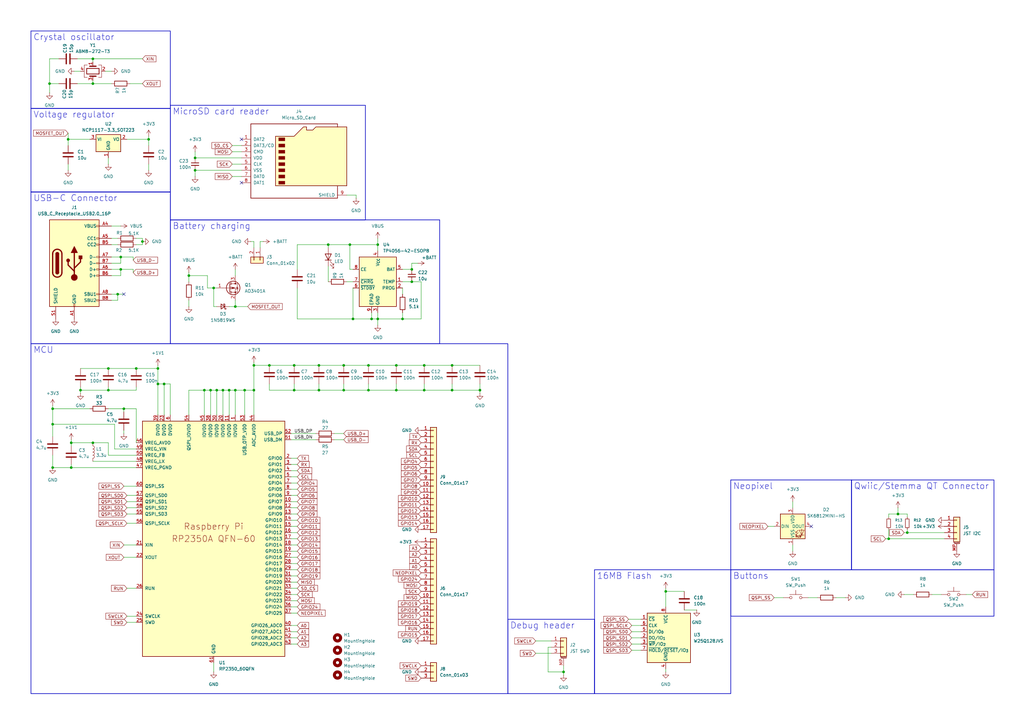
<source format=kicad_sch>
(kicad_sch (version 20250114) (generator "eeschema") (generator_version "9.0")
  (paper "A3")
  (text_box "MCU" (at 12.7 140.97 0) (size 195.58 143.51) (margins 0.9525 0.9525 0.9525 0.9525) (stroke (width 0.254)) (effects (font (size 2.54 2.54)) (justify left top)))
  (text_box "16MB Flash" (at 243.84 233.68 0) (size 55.88 50.8) (margins 0.9525 0.9525 0.9525 0.9525) (stroke (width 0.254)) (effects (font (size 2.54 2.54)) (justify left top)))
  (text_box "Crystal oscillator" (at 12.7 12.7 0) (size 57.15 31.75) (margins 0.9525 0.9525 0.9525 0.9525) (stroke (width 0.254)) (effects (font (size 2.54 2.54)) (justify left top)))
  (text_box "Buttons" (at 299.72 233.68 0) (size 107.95 19.05) (margins 0.9525 0.9525 0.9525 0.9525) (stroke (width 0.254)) (effects (font (size 2.54 2.54)) (justify left top)))
  (text_box "Voltage regulator" (at 12.7 44.45 0) (size 57.15 34.29) (margins 0.9525 0.9525 0.9525 0.9525) (stroke (width 0.254)) (effects (font (size 2.54 2.54)) (justify left top)))
  (text_box "Qwiic/Stemma QT Connector" (at 349.25 196.85 0) (size 58.42 36.83) (margins 0.9525 0.9525 0.9525 0.9525) (stroke (width 0.254)) (effects (font (size 2.54 2.54)) (justify left top)))
  (text_box "MicroSD card reader" (at 69.85 43.18 0) (size 80.01 46.99) (margins 0.9525 0.9525 0.9525 0.9525) (stroke (width 0.254)) (effects (font (size 2.54 2.54)) (justify left top)))
  (text_box "USB-C Connector" (at 12.7 78.74 0) (size 57.15 62.23) (margins 0.9525 0.9525 0.9525 0.9525) (stroke (width 0.254)) (effects (font (size 2.54 2.54)) (justify left top)))
  (text_box "Battery charging" (at 69.85 90.17 0) (size 110.49 50.8) (margins 0.9525 0.9525 0.9525 0.9525) (stroke (width 0.254)) (effects (font (size 2.54 2.54)) (justify left top)))
  (text_box "Neopixel" (at 299.72 196.85 0) (size 49.53 36.83) (margins 0.9525 0.9525 0.9525 0.9525) (stroke (width 0.254)) (effects (font (size 2.54 2.54)) (justify left top)))
  (text_box "Debug header" (at 208.28 254 0) (size 35.56 30.48) (margins 0.9525 0.9525 0.9525 0.9525) (stroke (width 0.254)) (effects (font (size 2.54 2.54)) (justify left top)))
  (junction (at 38.1 181.61))
  (junction (at 173.99 160.02))
  (junction (at 120.65 149.86))
  (junction (at 80.01 64.77))
  (junction (at 44.45 160.02))
  (junction (at 144.78 130.81))
  (junction (at 96.52 125.73))
  (junction (at 134.62 100.33))
  (junction (at 55.88 151.13))
  (junction (at 87.63 118.11))
  (junction (at 100.33 160.02))
  (junction (at 152.4 130.81))
  (junction (at 364.49 220.98))
  (junction (at 20.32 34.29))
  (junction (at 368.3 210.82))
  (junction (at 143.51 100.33))
  (junction (at 168.91 110.49))
  (junction (at 231.14 275.59))
  (junction (at 104.14 149.86))
  (junction (at 196.85 160.02))
  (junction (at 50.8 167.64))
  (junction (at 48.26 120.65))
  (junction (at 110.49 149.86))
  (junction (at 93.98 160.02))
  (junction (at 21.59 173.99))
  (junction (at 130.81 149.86))
  (junction (at 130.81 160.02))
  (junction (at 104.14 160.02))
  (junction (at 88.9 160.02))
  (junction (at 86.36 160.02))
  (junction (at 154.94 130.81))
  (junction (at 29.21 181.61))
  (junction (at 140.97 149.86))
  (junction (at 185.42 160.02))
  (junction (at 44.45 151.13))
  (junction (at 77.47 113.03))
  (junction (at 162.56 149.86))
  (junction (at 372.11 218.44))
  (junction (at 29.21 191.77))
  (junction (at 64.77 157.48))
  (junction (at 120.65 160.02))
  (junction (at 151.13 149.86))
  (junction (at 67.31 157.48))
  (junction (at 185.42 149.86))
  (junction (at 151.13 160.02))
  (junction (at 38.1 24.13))
  (junction (at 96.52 160.02))
  (junction (at 165.1 130.81))
  (junction (at 162.56 160.02))
  (junction (at 49.53 110.49))
  (junction (at 21.59 191.77))
  (junction (at 168.91 115.57))
  (junction (at 273.05 242.57))
  (junction (at 21.59 167.64))
  (junction (at 173.99 149.86))
  (junction (at 91.44 160.02))
  (junction (at 140.97 160.02))
  (junction (at 64.77 151.13))
  (junction (at 49.53 105.41))
  (junction (at 58.42 99.06))
  (junction (at 38.1 34.29))
  (junction (at 27.94 57.15))
  (junction (at 60.96 57.15))
  (junction (at 154.94 100.33))
  (junction (at 83.82 160.02))
  (junction (at 33.02 160.02))
  (junction (at 80.01 69.85))
  (no_connect (at 99.06 74.93))
  (no_connect (at 99.06 57.15))
  (no_connect (at 50.8 120.65))
  (no_connect (at 332.74 215.9))
  (wire (pts (xy 20.32 24.13) (xy 20.32 34.29)))
  (wire (pts (xy 368.3 210.82) (xy 368.3 208.28)))
  (wire (pts (xy 165.1 118.11) (xy 165.1 120.65)))
  (wire (pts (xy 172.72 115.57) (xy 172.72 130.81)))
  (wire (pts (xy 33.02 160.02) (xy 44.45 160.02)))
  (wire (pts (xy 119.38 190.5) (xy 121.92 190.5)))
  (wire (pts (xy 120.65 149.86) (xy 130.81 149.86)))
  (wire (pts (xy 48.26 120.65) (xy 48.26 123.19)))
  (wire (pts (xy 104.14 148.59) (xy 104.14 149.86)))
  (wire (pts (xy 83.82 160.02) (xy 83.82 170.18)))
  (wire (pts (xy 52.07 214.63) (xy 55.88 214.63)))
  (wire (pts (xy 38.1 24.13) (xy 58.42 24.13)))
  (wire (pts (xy 95.25 67.31) (xy 99.06 67.31)))
  (wire (pts (xy 173.99 149.86) (xy 185.42 149.86)))
  (wire (pts (xy 146.05 80.01) (xy 146.05 81.28)))
  (wire (pts (xy 364.49 220.98) (xy 364.49 217.17)))
  (wire (pts (xy 45.72 92.71) (xy 49.53 92.71)))
  (wire (pts (xy 27.94 57.15) (xy 27.94 59.69)))
  (wire (pts (xy 52.07 255.27) (xy 55.88 255.27)))
  (wire (pts (xy 119.38 187.96) (xy 121.92 187.96)))
  (wire (pts (xy 21.59 191.77) (xy 29.21 191.77)))
  (wire (pts (xy 88.9 160.02) (xy 88.9 170.18)))
  (wire (pts (xy 119.38 205.74) (xy 121.92 205.74)))
  (wire (pts (xy 152.4 128.27) (xy 152.4 130.81)))
  (wire (pts (xy 67.31 157.48) (xy 64.77 157.48)))
  (wire (pts (xy 259.08 266.7) (xy 262.89 266.7)))
  (wire (pts (xy 49.53 105.41) (xy 54.61 105.41)))
  (wire (pts (xy 55.88 181.61) (xy 55.88 167.64)))
  (wire (pts (xy 314.96 215.9) (xy 317.5 215.9)))
  (wire (pts (xy 50.8 176.53) (xy 50.8 177.8)))
  (wire (pts (xy 43.18 29.21) (xy 45.72 29.21)))
  (wire (pts (xy 38.1 34.29) (xy 38.1 33.02)))
  (wire (pts (xy 171.45 107.95) (xy 168.91 107.95)))
  (wire (pts (xy 49.53 107.95) (xy 49.53 105.41)))
  (wire (pts (xy 52.07 252.73) (xy 55.88 252.73)))
  (wire (pts (xy 21.59 167.64) (xy 36.83 167.64)))
  (wire (pts (xy 31.75 34.29) (xy 38.1 34.29)))
  (wire (pts (xy 29.21 180.34) (xy 29.21 181.61)))
  (wire (pts (xy 77.47 113.03) (xy 77.47 115.57)))
  (wire (pts (xy 110.49 149.86) (xy 120.65 149.86)))
  (wire (pts (xy 140.97 149.86) (xy 151.13 149.86)))
  (wire (pts (xy 273.05 242.57) (xy 273.05 248.92)))
  (wire (pts (xy 142.24 115.57) (xy 144.78 115.57)))
  (wire (pts (xy 80.01 64.77) (xy 99.06 64.77)))
  (wire (pts (xy 119.38 195.58) (xy 121.92 195.58)))
  (wire (pts (xy 273.05 274.32) (xy 273.05 275.59)))
  (wire (pts (xy 29.21 181.61) (xy 38.1 181.61)))
  (wire (pts (xy 52.07 57.15) (xy 60.96 57.15)))
  (wire (pts (xy 50.8 199.39) (xy 55.88 199.39)))
  (wire (pts (xy 119.38 210.82) (xy 121.92 210.82)))
  (wire (pts (xy 45.72 100.33) (xy 48.26 100.33)))
  (wire (pts (xy 119.38 246.38) (xy 121.92 246.38)))
  (wire (pts (xy 44.45 167.64) (xy 50.8 167.64)))
  (wire (pts (xy 259.08 261.62) (xy 262.89 261.62)))
  (wire (pts (xy 342.9 245.11) (xy 346.71 245.11)))
  (wire (pts (xy 29.21 181.61) (xy 29.21 182.88)))
  (wire (pts (xy 119.38 180.34) (xy 129.54 180.34)))
  (wire (pts (xy 95.25 62.23) (xy 99.06 62.23)))
  (wire (pts (xy 27.94 67.31) (xy 27.94 69.85)))
  (wire (pts (xy 119.38 218.44) (xy 121.92 218.44)))
  (wire (pts (xy 21.59 173.99) (xy 21.59 179.07)))
  (wire (pts (xy 77.47 160.02) (xy 83.82 160.02)))
  (wire (pts (xy 130.81 157.48) (xy 130.81 160.02)))
  (wire (pts (xy 85.09 113.03) (xy 77.47 113.03)))
  (wire (pts (xy 119.38 236.22) (xy 121.92 236.22)))
  (wire (pts (xy 259.08 264.16) (xy 262.89 264.16)))
  (wire (pts (xy 143.51 100.33) (xy 154.94 100.33)))
  (wire (pts (xy 364.49 212.09) (xy 364.49 210.82)))
  (wire (pts (xy 120.65 157.48) (xy 120.65 160.02)))
  (wire (pts (xy 119.38 177.8) (xy 129.54 177.8)))
  (wire (pts (xy 77.47 111.76) (xy 77.47 113.03)))
  (wire (pts (xy 219.71 262.89) (xy 226.06 262.89)))
  (wire (pts (xy 165.1 128.27) (xy 165.1 130.81)))
  (wire (pts (xy 33.02 160.02) (xy 33.02 161.29)))
  (wire (pts (xy 372.11 218.44) (xy 372.11 217.17)))
  (wire (pts (xy 168.91 115.57) (xy 172.72 115.57)))
  (wire (pts (xy 93.98 125.73) (xy 96.52 125.73)))
  (wire (pts (xy 33.02 151.13) (xy 44.45 151.13)))
  (wire (pts (xy 119.38 233.68) (xy 121.92 233.68)))
  (wire (pts (xy 55.88 167.64) (xy 50.8 167.64)))
  (wire (pts (xy 58.42 97.79) (xy 58.42 99.06)))
  (wire (pts (xy 154.94 130.81) (xy 154.94 133.35)))
  (wire (pts (xy 185.42 160.02) (xy 173.99 160.02)))
  (wire (pts (xy 331.47 245.11) (xy 335.28 245.11)))
  (wire (pts (xy 119.38 200.66) (xy 121.92 200.66)))
  (wire (pts (xy 325.12 223.52) (xy 325.12 226.06)))
  (wire (pts (xy 60.96 57.15) (xy 60.96 55.88)))
  (wire (pts (xy 119.38 213.36) (xy 121.92 213.36)))
  (wire (pts (xy 154.94 128.27) (xy 154.94 130.81)))
  (wire (pts (xy 364.49 210.82) (xy 368.3 210.82)))
  (wire (pts (xy 31.75 24.13) (xy 38.1 24.13)))
  (wire (pts (xy 20.32 34.29) (xy 20.32 38.1)))
  (wire (pts (xy 29.21 191.77) (xy 55.88 191.77)))
  (wire (pts (xy 50.8 228.6) (xy 55.88 228.6)))
  (wire (pts (xy 86.36 160.02) (xy 88.9 160.02)))
  (wire (pts (xy 88.9 160.02) (xy 91.44 160.02)))
  (wire (pts (xy 280.67 250.19) (xy 285.75 250.19)))
  (wire (pts (xy 151.13 160.02) (xy 140.97 160.02)))
  (wire (pts (xy 100.33 160.02) (xy 104.14 160.02)))
  (wire (pts (xy 142.24 80.01) (xy 146.05 80.01)))
  (wire (pts (xy 87.63 118.11) (xy 88.9 118.11)))
  (wire (pts (xy 119.38 208.28) (xy 121.92 208.28)))
  (wire (pts (xy 165.1 115.57) (xy 168.91 115.57)))
  (wire (pts (xy 44.45 160.02) (xy 44.45 158.75)))
  (wire (pts (xy 162.56 160.02) (xy 151.13 160.02)))
  (wire (pts (xy 154.94 130.81) (xy 152.4 130.81)))
  (wire (pts (xy 99.06 69.85) (xy 80.01 69.85)))
  (wire (pts (xy 119.38 243.84) (xy 121.92 243.84)))
  (wire (pts (xy 20.32 34.29) (xy 24.13 34.29)))
  (wire (pts (xy 110.49 160.02) (xy 110.49 157.48)))
  (wire (pts (xy 259.08 256.54) (xy 262.89 256.54)))
  (wire (pts (xy 21.59 166.37) (xy 21.59 167.64)))
  (wire (pts (xy 29.21 190.5) (xy 29.21 191.77)))
  (wire (pts (xy 363.22 220.98) (xy 364.49 220.98)))
  (wire (pts (xy 49.53 113.03) (xy 49.53 110.49)))
  (wire (pts (xy 196.85 157.48) (xy 196.85 160.02)))
  (wire (pts (xy 44.45 181.61) (xy 38.1 181.61)))
  (wire (pts (xy 52.07 203.2) (xy 55.88 203.2)))
  (wire (pts (xy 54.61 105.41) (xy 54.61 106.68)))
  (wire (pts (xy 162.56 157.48) (xy 162.56 160.02)))
  (wire (pts (xy 69.85 170.18) (xy 69.85 157.48)))
  (wire (pts (xy 165.1 110.49) (xy 168.91 110.49)))
  (wire (pts (xy 119.38 256.54) (xy 121.92 256.54)))
  (wire (pts (xy 21.59 186.69) (xy 21.59 191.77)))
  (wire (pts (xy 96.52 110.49) (xy 96.52 113.03)))
  (wire (pts (xy 370.84 218.44) (xy 372.11 218.44)))
  (wire (pts (xy 119.38 261.62) (xy 121.92 261.62)))
  (wire (pts (xy 106.68 101.6) (xy 106.68 99.06)))
  (wire (pts (xy 134.62 100.33) (xy 143.51 100.33)))
  (wire (pts (xy 45.72 97.79) (xy 48.26 97.79)))
  (wire (pts (xy 49.53 110.49) (xy 54.61 110.49)))
  (wire (pts (xy 121.92 100.33) (xy 121.92 110.49)))
  (wire (pts (xy 173.99 160.02) (xy 162.56 160.02)))
  (wire (pts (xy 96.52 160.02) (xy 100.33 160.02)))
  (wire (pts (xy 119.38 223.52) (xy 121.92 223.52)))
  (wire (pts (xy 151.13 157.48) (xy 151.13 160.02)))
  (wire (pts (xy 106.68 99.06) (xy 107.95 99.06)))
  (wire (pts (xy 44.45 64.77) (xy 44.45 67.31)))
  (wire (pts (xy 185.42 157.48) (xy 185.42 160.02)))
  (wire (pts (xy 45.72 105.41) (xy 49.53 105.41)))
  (wire (pts (xy 52.07 205.74) (xy 55.88 205.74)))
  (wire (pts (xy 121.92 100.33) (xy 134.62 100.33)))
  (wire (pts (xy 387.35 220.98) (xy 364.49 220.98)))
  (wire (pts (xy 372.11 212.09) (xy 372.11 210.82)))
  (wire (pts (xy 372.11 210.82) (xy 368.3 210.82)))
  (wire (pts (xy 64.77 151.13) (xy 64.77 157.48)))
  (wire (pts (xy 273.05 242.57) (xy 280.67 242.57)))
  (wire (pts (xy 44.45 151.13) (xy 55.88 151.13)))
  (wire (pts (xy 96.52 125.73) (xy 101.6 125.73)))
  (wire (pts (xy 64.77 157.48) (xy 64.77 170.18)))
  (wire (pts (xy 87.63 118.11) (xy 87.63 125.73)))
  (wire (pts (xy 231.14 275.59) (xy 231.14 276.86)))
  (wire (pts (xy 46.99 184.15) (xy 46.99 173.99)))
  (wire (pts (xy 165.1 130.81) (xy 154.94 130.81)))
  (wire (pts (xy 85.09 118.11) (xy 87.63 118.11)))
  (wire (pts (xy 77.47 123.19) (xy 77.47 125.73)))
  (wire (pts (xy 143.51 110.49) (xy 143.51 100.33)))
  (wire (pts (xy 38.1 24.13) (xy 38.1 25.4)))
  (wire (pts (xy 119.38 228.6) (xy 121.92 228.6)))
  (wire (pts (xy 96.52 160.02) (xy 96.52 170.18)))
  (wire (pts (xy 45.72 120.65) (xy 48.26 120.65)))
  (wire (pts (xy 119.38 198.12) (xy 121.92 198.12)))
  (wire (pts (xy 44.45 186.69) (xy 55.88 186.69)))
  (wire (pts (xy 196.85 160.02) (xy 185.42 160.02)))
  (wire (pts (xy 52.07 210.82) (xy 55.88 210.82)))
  (wire (pts (xy 121.92 118.11) (xy 121.92 130.81)))
  (wire (pts (xy 231.14 273.05) (xy 231.14 275.59)))
  (wire (pts (xy 119.38 226.06) (xy 121.92 226.06)))
  (wire (pts (xy 46.99 184.15) (xy 55.88 184.15)))
  (wire (pts (xy 137.16 177.8) (xy 140.97 177.8)))
  (wire (pts (xy 80.01 62.23) (xy 80.01 64.77)))
  (wire (pts (xy 168.91 107.95) (xy 168.91 110.49)))
  (wire (pts (xy 185.42 149.86) (xy 196.85 149.86)))
  (wire (pts (xy 104.14 149.86) (xy 110.49 149.86)))
  (wire (pts (xy 38.1 34.29) (xy 45.72 34.29)))
  (wire (pts (xy 54.61 110.49) (xy 54.61 111.76)))
  (wire (pts (xy 33.02 158.75) (xy 33.02 160.02)))
  (wire (pts (xy 370.84 243.84) (xy 374.65 243.84)))
  (wire (pts (xy 100.33 160.02) (xy 100.33 170.18)))
  (wire (pts (xy 96.52 125.73) (xy 96.52 123.19)))
  (wire (pts (xy 144.78 110.49) (xy 143.51 110.49)))
  (wire (pts (xy 119.38 259.08) (xy 121.92 259.08)))
  (wire (pts (xy 48.26 123.19) (xy 45.72 123.19)))
  (wire (pts (xy 44.45 186.69) (xy 44.45 181.61)))
  (wire (pts (xy 140.97 160.02) (xy 130.81 160.02)))
  (wire (pts (xy 38.1 189.23) (xy 55.88 189.23)))
  (wire (pts (xy 69.85 157.48) (xy 67.31 157.48)))
  (wire (pts (xy 24.13 24.13) (xy 20.32 24.13)))
  (wire (pts (xy 60.96 57.15) (xy 60.96 59.69)))
  (wire (pts (xy 273.05 241.3) (xy 273.05 242.57)))
  (wire (pts (xy 52.07 208.28) (xy 55.88 208.28)))
  (wire (pts (xy 154.94 100.33) (xy 154.94 102.87)))
  (wire (pts (xy 119.38 238.76) (xy 121.92 238.76)))
  (wire (pts (xy 119.38 241.3) (xy 121.92 241.3)))
  (wire (pts (xy 27.94 54.61) (xy 27.94 57.15)))
  (wire (pts (xy 259.08 259.08) (xy 262.89 259.08)))
  (wire (pts (xy 93.98 160.02) (xy 93.98 170.18)))
  (wire (pts (xy 120.65 160.02) (xy 110.49 160.02)))
  (wire (pts (xy 60.96 67.31) (xy 60.96 69.85)))
  (wire (pts (xy 55.88 151.13) (xy 64.77 151.13)))
  (wire (pts (xy 77.47 170.18) (xy 77.47 160.02)))
  (wire (pts (xy 50.8 168.91) (xy 50.8 167.64)))
  (wire (pts (xy 45.72 107.95) (xy 49.53 107.95)))
  (wire (pts (xy 130.81 149.86) (xy 140.97 149.86)))
  (wire (pts (xy 196.85 160.02) (xy 196.85 161.29)))
  (wire (pts (xy 55.88 160.02) (xy 55.88 158.75)))
  (wire (pts (xy 85.09 118.11) (xy 85.09 113.03)))
  (wire (pts (xy 91.44 160.02) (xy 91.44 170.18)))
  (wire (pts (xy 48.26 120.65) (xy 50.8 120.65)))
  (wire (pts (xy 30.48 29.21) (xy 33.02 29.21)))
  (wire (pts (xy 134.62 109.22) (xy 134.62 115.57)))
  (wire (pts (xy 151.13 149.86) (xy 162.56 149.86)))
  (wire (pts (xy 137.16 180.34) (xy 140.97 180.34)))
  (wire (pts (xy 173.99 157.48) (xy 173.99 160.02)))
  (wire (pts (xy 119.38 220.98) (xy 121.92 220.98)))
  (wire (pts (xy 86.36 160.02) (xy 86.36 170.18)))
  (wire (pts (xy 83.82 160.02) (xy 86.36 160.02)))
  (wire (pts (xy 93.98 160.02) (xy 96.52 160.02)))
  (wire (pts (xy 104.14 160.02) (xy 104.14 170.18)))
  (wire (pts (xy 130.81 160.02) (xy 120.65 160.02)))
  (wire (pts (xy 119.38 215.9) (xy 121.92 215.9)))
  (wire (pts (xy 21.59 173.99) (xy 46.99 173.99)))
  (wire (pts (xy 21.59 167.64) (xy 21.59 173.99)))
  (wire (pts (xy 104.14 99.06) (xy 102.87 99.06)))
  (wire (pts (xy 95.25 59.69) (xy 99.06 59.69)))
  (wire (pts (xy 119.38 251.46) (xy 121.92 251.46)))
  (wire (pts (xy 50.8 223.52) (xy 55.88 223.52)))
  (wire (pts (xy 45.72 110.49) (xy 49.53 110.49)))
  (wire (pts (xy 119.38 193.04) (xy 121.92 193.04)))
  (wire (pts (xy 27.94 57.15) (xy 36.83 57.15)))
  (wire (pts (xy 144.78 118.11) (xy 144.78 130.81)))
  (wire (pts (xy 67.31 157.48) (xy 67.31 170.18)))
  (wire (pts (xy 224.79 275.59) (xy 231.14 275.59)))
  (wire (pts (xy 382.27 243.84) (xy 386.08 243.84)))
  (wire (pts (xy 64.77 149.86) (xy 64.77 151.13)))
  (wire (pts (xy 119.38 248.92) (xy 121.92 248.92)))
  (wire (pts (xy 257.81 254) (xy 262.89 254)))
  (wire (pts (xy 53.34 34.29) (xy 58.42 34.29)))
  (wire (pts (xy 134.62 100.33) (xy 134.62 101.6)))
  (wire (pts (xy 119.38 231.14) (xy 121.92 231.14)))
  (wire (pts (xy 219.71 267.97) (xy 226.06 267.97)))
  (wire (pts (xy 317.5 245.11) (xy 321.31 245.11)))
  (wire (pts (xy 325.12 205.74) (xy 325.12 208.28)))
  (wire (pts (xy 226.06 265.43) (xy 224.79 265.43)))
  (wire (pts (xy 172.72 130.81) (xy 165.1 130.81)))
  (wire (pts (xy 119.38 264.16) (xy 121.92 264.16)))
  (wire (pts (xy 55.88 97.79) (xy 58.42 97.79)))
  (wire (pts (xy 144.78 130.81) (xy 121.92 130.81)))
  (wire (pts (xy 87.63 271.78) (xy 87.63 275.59)))
  (wire (pts (xy 87.63 125.73) (xy 88.9 125.73)))
  (wire (pts (xy 58.42 100.33) (xy 58.42 99.06)))
  (wire (pts (xy 162.56 149.86) (xy 173.99 149.86)))
  (wire (pts (xy 91.44 160.02) (xy 93.98 160.02)))
  (wire (pts (xy 44.45 160.02) (xy 55.88 160.02)))
  (wire (pts (xy 119.38 203.2) (xy 121.92 203.2)))
  (wire (pts (xy 80.01 69.85) (xy 80.01 72.39)))
  (wire (pts (xy 152.4 130.81) (xy 144.78 130.81)))
  (wire (pts (xy 224.79 265.43) (xy 224.79 275.59)))
  (wire (pts (xy 95.25 72.39) (xy 99.06 72.39)))
  (wire (pts (xy 55.88 100.33) (xy 58.42 100.33)))
  (wire (pts (xy 104.14 101.6) (xy 104.14 99.06)))
  (wire (pts (xy 104.14 149.86) (xy 104.14 160.02)))
  (wire (pts (xy 52.07 241.3) (xy 55.88 241.3)))
  (wire (pts (xy 45.72 113.03) (xy 49.53 113.03)))
  (wire (pts (xy 154.94 97.79) (xy 154.94 100.33)))
  (wire (pts (xy 396.24 243.84) (xy 398.78 243.84)))
  (wire (pts (xy 387.35 218.44) (xy 372.11 218.44)))
  (wire (pts (xy 140.97 157.48) (xy 140.97 160.02)))
  (label "USB_DP" (at 120.65 177.8 0))
  (label "USB_DN" (at 120.65 180.34 0))
  (global_label "GPIO7" (shape input) (at 121.92 205.74 0) (property "Intersheetrefs" "${INTERSHEET_REFS}" (effects (hide yes))))
  (global_label "GPIO8" (shape input) (at 172.72 199.39 180) (property "Intersheetrefs" "${INTERSHEET_REFS}" (effects (hide yes))))
  (global_label "SCK" (shape input) (at 172.72 242.57 180) (property "Intersheetrefs" "${INTERSHEET_REFS}" (effects (hide yes))))
  (global_label "A2" (shape input) (at 121.92 261.62 0) (property "Intersheetrefs" "${INTERSHEET_REFS}" (effects (hide yes))))
  (global_label "GPIO16" (shape input) (at 121.92 228.6 0) (property "Intersheetrefs" "${INTERSHEET_REFS}" (effects (hide yes))))
  (global_label "A3" (shape input) (at 172.72 224.79 180) (property "Intersheetrefs" "${INTERSHEET_REFS}" (effects (hide yes))))
  (global_label "GPIO9" (shape input) (at 121.92 210.82 0) (property "Intersheetrefs" "${INTERSHEET_REFS}" (effects (hide yes))))
  (global_label "GPIO11" (shape input) (at 172.72 207.01 180) (property "Intersheetrefs" "${INTERSHEET_REFS}" (effects (hide yes))))
  (global_label "GPIO17" (shape input) (at 121.92 231.14 0) (property "Intersheetrefs" "${INTERSHEET_REFS}" (effects (hide yes))))
  (global_label "QSPI_SCLK" (shape input) (at 52.07 214.63 180) (property "Intersheetrefs" "${INTERSHEET_REFS}" (effects (hide yes))))
  (global_label "QSPI_SD1" (shape input) (at 259.08 261.62 180) (property "Intersheetrefs" "${INTERSHEET_REFS}" (effects (hide yes))))
  (global_label "QSPI_SD3" (shape input) (at 52.07 210.82 180) (property "Intersheetrefs" "${INTERSHEET_REFS}" (effects (hide yes))))
  (global_label "SWCLK" (shape input) (at 219.71 262.89 180) (property "Intersheetrefs" "${INTERSHEET_REFS}" (effects (hide yes))))
  (global_label "GPIO10" (shape input) (at 121.92 213.36 0) (property "Intersheetrefs" "${INTERSHEET_REFS}" (effects (hide yes))))
  (global_label "GPIO8" (shape input) (at 121.92 208.28 0) (property "Intersheetrefs" "${INTERSHEET_REFS}" (effects (hide yes))))
  (global_label "GPIO14" (shape input) (at 121.92 223.52 0) (property "Intersheetrefs" "${INTERSHEET_REFS}" (effects (hide yes))))
  (global_label "QSPI_SCLK" (shape input) (at 259.08 256.54 180) (property "Intersheetrefs" "${INTERSHEET_REFS}" (effects (hide yes))))
  (global_label "QSPI_SS" (shape input) (at 257.81 254 180) (property "Intersheetrefs" "${INTERSHEET_REFS}" (effects (hide yes))))
  (global_label "RUN" (shape input) (at 52.07 241.3 180) (property "Intersheetrefs" "${INTERSHEET_REFS}" (effects (hide yes))))
  (global_label "GPIO15" (shape input) (at 172.72 260.35 180) (property "Intersheetrefs" "${INTERSHEET_REFS}" (effects (hide yes))))
  (global_label "GPIO4" (shape input) (at 172.72 189.23 180) (property "Intersheetrefs" "${INTERSHEET_REFS}" (effects (hide yes))))
  (global_label "QSPI_SD0" (shape input) (at 259.08 259.08 180) (property "Intersheetrefs" "${INTERSHEET_REFS}" (effects (hide yes))))
  (global_label "SWD" (shape input) (at 172.72 278.13 180) (property "Intersheetrefs" "${INTERSHEET_REFS}" (effects (hide yes))))
  (global_label "XOUT" (shape input) (at 50.8 228.6 180) (property "Intersheetrefs" "${INTERSHEET_REFS}" (effects (hide yes))))
  (global_label "SD_CS" (shape input) (at 95.25 59.69 180) (property "Intersheetrefs" "${INTERSHEET_REFS}" (effects (hide yes))))
  (global_label "SWCLK" (shape input) (at 172.72 273.05 180) (property "Intersheetrefs" "${INTERSHEET_REFS}" (effects (hide yes))))
  (global_label "RX" (shape input) (at 121.92 190.5 0) (property "Intersheetrefs" "${INTERSHEET_REFS}" (effects (hide yes))))
  (global_label "GPIO6" (shape input) (at 172.72 194.31 180) (property "Intersheetrefs" "${INTERSHEET_REFS}" (effects (hide yes))))
  (global_label "USB_D+" (shape input) (at 54.61 111.76 0) (property "Intersheetrefs" "${INTERSHEET_REFS}" (effects (hide yes))))
  (global_label "GPIO9" (shape input) (at 172.72 201.93 180) (property "Intersheetrefs" "${INTERSHEET_REFS}" (effects (hide yes))))
  (global_label "XIN" (shape input) (at 58.42 24.13 0) (property "Intersheetrefs" "${INTERSHEET_REFS}" (effects (hide yes))))
  (global_label "SWD" (shape input) (at 52.07 255.27 180) (property "Intersheetrefs" "${INTERSHEET_REFS}" (effects (hide yes))))
  (global_label "GPIO19" (shape input) (at 121.92 236.22 0) (property "Intersheetrefs" "${INTERSHEET_REFS}" (effects (hide yes))))
  (global_label "MOSFET_OUT" (shape input) (at 27.94 54.61 180) (property "Intersheetrefs" "${INTERSHEET_REFS}" (effects (hide yes))))
  (global_label "GPIO6" (shape input) (at 121.92 203.2 0) (property "Intersheetrefs" "${INTERSHEET_REFS}" (effects (hide yes))))
  (global_label "A1" (shape input) (at 172.72 229.87 180) (property "Intersheetrefs" "${INTERSHEET_REFS}" (effects (hide yes))))
  (global_label "SDA" (shape input) (at 172.72 184.15 180) (property "Intersheetrefs" "${INTERSHEET_REFS}" (effects (hide yes))))
  (global_label "GPIO12" (shape input) (at 121.92 218.44 0) (property "Intersheetrefs" "${INTERSHEET_REFS}" (effects (hide yes))))
  (global_label "SCL" (shape input) (at 121.92 195.58 0) (property "Intersheetrefs" "${INTERSHEET_REFS}" (effects (hide yes))))
  (global_label "GPIO24" (shape input) (at 172.72 237.49 180) (property "Intersheetrefs" "${INTERSHEET_REFS}" (effects (hide yes))))
  (global_label "GPIO16" (shape input) (at 172.72 255.27 180) (property "Intersheetrefs" "${INTERSHEET_REFS}" (effects (hide yes))))
  (global_label "XOUT" (shape input) (at 58.42 34.29 0) (property "Intersheetrefs" "${INTERSHEET_REFS}" (effects (hide yes))))
  (global_label "NEOPIXEL" (shape input) (at 172.72 234.95 180) (property "Intersheetrefs" "${INTERSHEET_REFS}" (effects (hide yes))))
  (global_label "GPIO24" (shape input) (at 121.92 248.92 0) (property "Intersheetrefs" "${INTERSHEET_REFS}" (effects (hide yes))))
  (global_label "GPIO10" (shape input) (at 172.72 204.47 180) (property "Intersheetrefs" "${INTERSHEET_REFS}" (effects (hide yes))))
  (global_label "GPIO12" (shape input) (at 172.72 209.55 180) (property "Intersheetrefs" "${INTERSHEET_REFS}" (effects (hide yes))))
  (global_label "MOSI" (shape input) (at 95.25 62.23 180) (property "Intersheetrefs" "${INTERSHEET_REFS}" (effects (hide yes))))
  (global_label "QSPI_SD2" (shape input) (at 259.08 264.16 180) (property "Intersheetrefs" "${INTERSHEET_REFS}" (effects (hide yes))))
  (global_label "SDA" (shape input) (at 121.92 193.04 0) (property "Intersheetrefs" "${INTERSHEET_REFS}" (effects (hide yes))))
  (global_label "QSPI_SD3" (shape input) (at 259.08 266.7 180) (property "Intersheetrefs" "${INTERSHEET_REFS}" (effects (hide yes))))
  (global_label "MISO" (shape input) (at 95.25 72.39 180) (property "Intersheetrefs" "${INTERSHEET_REFS}" (effects (hide yes))))
  (global_label "SCK" (shape input) (at 95.25 67.31 180) (property "Intersheetrefs" "${INTERSHEET_REFS}" (effects (hide yes))))
  (global_label "GPIO18" (shape input) (at 172.72 250.19 180) (property "Intersheetrefs" "${INTERSHEET_REFS}" (effects (hide yes))))
  (global_label "RX" (shape input) (at 172.72 181.61 180) (property "Intersheetrefs" "${INTERSHEET_REFS}" (effects (hide yes))))
  (global_label "GPIO11" (shape input) (at 121.92 215.9 0) (property "Intersheetrefs" "${INTERSHEET_REFS}" (effects (hide yes))))
  (global_label "GPIO15" (shape input) (at 121.92 226.06 0) (property "Intersheetrefs" "${INTERSHEET_REFS}" (effects (hide yes))))
  (global_label "USB_D+" (shape input) (at 140.97 177.8 0) (property "Intersheetrefs" "${INTERSHEET_REFS}" (effects (hide yes))))
  (global_label "SD_CS" (shape input) (at 121.92 241.3 0) (property "Intersheetrefs" "${INTERSHEET_REFS}" (effects (hide yes))))
  (global_label "MISO" (shape input) (at 172.72 245.11 180) (property "Intersheetrefs" "${INTERSHEET_REFS}" (effects (hide yes))))
  (global_label "MOSI" (shape input) (at 121.92 246.38 0) (property "Intersheetrefs" "${INTERSHEET_REFS}" (effects (hide yes))))
  (global_label "GPIO14" (shape input) (at 172.72 214.63 180) (property "Intersheetrefs" "${INTERSHEET_REFS}" (effects (hide yes))))
  (global_label "MOSI" (shape input) (at 172.72 240.03 180) (property "Intersheetrefs" "${INTERSHEET_REFS}" (effects (hide yes))))
  (global_label "GPIO13" (shape input) (at 172.72 212.09 180) (property "Intersheetrefs" "${INTERSHEET_REFS}" (effects (hide yes))))
  (global_label "QSPI_SD0" (shape input) (at 52.07 203.2 180) (property "Intersheetrefs" "${INTERSHEET_REFS}" (effects (hide yes))))
  (global_label "GPIO5" (shape input) (at 121.92 200.66 0) (property "Intersheetrefs" "${INTERSHEET_REFS}" (effects (hide yes))))
  (global_label "QSPI_SD2" (shape input) (at 52.07 208.28 180) (property "Intersheetrefs" "${INTERSHEET_REFS}" (effects (hide yes))))
  (global_label "QSPI_SS" (shape input) (at 317.5 245.11 180) (property "Intersheetrefs" "${INTERSHEET_REFS}" (effects (hide yes))))
  (global_label "MOSFET_OUT" (shape input) (at 101.6 125.73 0) (property "Intersheetrefs" "${INTERSHEET_REFS}" (effects (hide yes))))
  (global_label "RUN" (shape input) (at 172.72 257.81 180) (property "Intersheetrefs" "${INTERSHEET_REFS}" (effects (hide yes))))
  (global_label "USB_D-" (shape input) (at 140.97 180.34 0) (property "Intersheetrefs" "${INTERSHEET_REFS}" (effects (hide yes))))
  (global_label "RUN" (shape input) (at 398.78 243.84 0) (property "Intersheetrefs" "${INTERSHEET_REFS}" (effects (hide yes))))
  (global_label "A0" (shape input) (at 172.72 232.41 180) (property "Intersheetrefs" "${INTERSHEET_REFS}" (effects (hide yes))))
  (global_label "GPIO4" (shape input) (at 121.92 198.12 0) (property "Intersheetrefs" "${INTERSHEET_REFS}" (effects (hide yes))))
  (global_label "TX" (shape input) (at 121.92 187.96 0) (property "Intersheetrefs" "${INTERSHEET_REFS}" (effects (hide yes))))
  (global_label "SDA" (shape input) (at 370.84 218.44 180) (property "Intersheetrefs" "${INTERSHEET_REFS}" (effects (hide yes))))
  (global_label "GPIO18" (shape input) (at 121.92 233.68 0) (property "Intersheetrefs" "${INTERSHEET_REFS}" (effects (hide yes))))
  (global_label "NEOPIXEL" (shape input) (at 121.92 251.46 0) (property "Intersheetrefs" "${INTERSHEET_REFS}" (effects (hide yes))))
  (global_label "GPIO13" (shape input) (at 121.92 220.98 0) (property "Intersheetrefs" "${INTERSHEET_REFS}" (effects (hide yes))))
  (global_label "SWD" (shape input) (at 219.71 267.97 180) (property "Intersheetrefs" "${INTERSHEET_REFS}" (effects (hide yes))))
  (global_label "SCK" (shape input) (at 121.92 243.84 0) (property "Intersheetrefs" "${INTERSHEET_REFS}" (effects (hide yes))))
  (global_label "USB_D-" (shape input) (at 54.61 106.68 0) (property "Intersheetrefs" "${INTERSHEET_REFS}" (effects (hide yes))))
  (global_label "GPIO7" (shape input) (at 172.72 196.85 180) (property "Intersheetrefs" "${INTERSHEET_REFS}" (effects (hide yes))))
  (global_label "SCL" (shape input) (at 363.22 220.98 180) (property "Intersheetrefs" "${INTERSHEET_REFS}" (effects (hide yes))))
  (global_label "TX" (shape input) (at 172.72 179.07 180) (property "Intersheetrefs" "${INTERSHEET_REFS}" (effects (hide yes))))
  (global_label "XIN" (shape input) (at 50.8 223.52 180) (property "Intersheetrefs" "${INTERSHEET_REFS}" (effects (hide yes))))
  (global_label "GPIO19" (shape input) (at 172.72 247.65 180) (property "Intersheetrefs" "${INTERSHEET_REFS}" (effects (hide yes))))
  (global_label "GPIO5" (shape input) (at 172.72 191.77 180) (property "Intersheetrefs" "${INTERSHEET_REFS}" (effects (hide yes))))
  (global_label "NEOPIXEL" (shape input) (at 314.96 215.9 180) (property "Intersheetrefs" "${INTERSHEET_REFS}" (effects (hide yes))))
  (global_label "MISO" (shape input) (at 121.92 238.76 0) (property "Intersheetrefs" "${INTERSHEET_REFS}" (effects (hide yes))))
  (global_label "SCL" (shape input) (at 172.72 186.69 180) (property "Intersheetrefs" "${INTERSHEET_REFS}" (effects (hide yes))))
  (global_label "A1" (shape input) (at 121.92 259.08 0) (property "Intersheetrefs" "${INTERSHEET_REFS}" (effects (hide yes))))
  (global_label "QSPI_SS" (shape input) (at 50.8 199.39 180) (property "Intersheetrefs" "${INTERSHEET_REFS}" (effects (hide yes))))
  (global_label "A2" (shape input) (at 172.72 227.33 180) (property "Intersheetrefs" "${INTERSHEET_REFS}" (effects (hide yes))))
  (global_label "GPIO17" (shape input) (at 172.72 252.73 180) (property "Intersheetrefs" "${INTERSHEET_REFS}" (effects (hide yes))))
  (global_label "SWCLK" (shape input) (at 52.07 252.73 180) (property "Intersheetrefs" "${INTERSHEET_REFS}" (effects (hide yes))))
  (global_label "A0" (shape input) (at 121.92 256.54 0) (property "Intersheetrefs" "${INTERSHEET_REFS}" (effects (hide yes))))
  (global_label "QSPI_SD1" (shape input) (at 52.07 205.74 180) (property "Intersheetrefs" "${INTERSHEET_REFS}" (effects (hide yes))))
  (global_label "A3" (shape input) (at 121.92 264.16 0) (property "Intersheetrefs" "${INTERSHEET_REFS}" (effects (hide yes))))
  (symbol (lib_id "power:GND") (at 58.42 99.06 90) (unit 1)
    (property "Reference" "#PWR04" (effects (hide yes)))
    (property "Value" "GND" (at 62.23 99.0599 90) (effects (justify right)))
    (property "Description" "Power symbol creates a global label with name \"GND\" , ground" (effects (hide yes)))
  )
  (symbol (lib_id "power:GND") (at 172.72 176.53 270) (unit 1)
    (property "Reference" "#PWR044" (effects (hide yes)))
    (property "Value" "GND" (at 168.91 176.5299 90) (effects (justify right)))
    (property "Description" "Power symbol creates a global label with name \"GND\" , ground" (effects (hide yes)))
  )
  (symbol (lib_id "Device:R_Small") (at 364.49 214.63 0) (unit 1)
    (property "Reference" "R13" (at 367.03 213.3599 0) (effects (font (size 1.016 1.016)) (justify left)))
    (property "Value" "10k" (at 367.03 215.8999 0) (effects (justify left)))
    (property "Footprint" "Resistor_SMD:R_0402_1005Metric" (effects (hide yes)))
    (property "Description" "Resistor, small symbol" (effects (hide yes)))
  )
  (symbol (lib_id "Device:C") (at 185.42 153.67 0) (unit 1)
    (property "Reference" "C13" (at 188.214 152.4 0) (effects (justify left)))
    (property "Value" "100n" (at 188.214 154.94 0) (effects (justify left)))
    (property "Footprint" "Capacitor_SMD:C_0402_1005Metric" (effects (hide yes)))
    (property "Description" "Unpolarized capacitor" (effects (hide yes)))
  )
  (symbol (lib_id "Switch:SW_Push") (at 391.16 243.84 0) (unit 1)
    (property "Reference" "SW2" (at 391.16 245.618 0))
    (property "Value" "SW_Push" (at 391.16 248.158 0))
    (property "Footprint" "TS-1088-ARXXX:TS-1088-ARXXX" (effects (hide yes)))
    (property "Description" "Push button switch, generic, two pins" (effects (hide yes)))
  )
  (symbol (lib_id "power:GND") (at 44.45 67.31 0) (unit 1)
    (property "Reference" "#PWR07" (effects (hide yes)))
    (property "Value" "GND" (at 44.45 72.39 0))
    (property "Description" "Power symbol creates a global label with name \"GND\" , ground" (effects (hide yes)))
  )
  (symbol (lib_id "power:+BATT") (at 107.95 99.06 270) (unit 1)
    (property "Reference" "#PWR05" (effects (hide yes)))
    (property "Value" "+BATT" (at 111.76 99.0599 90) (effects (justify left)))
    (property "Description" "Power symbol creates a global label with name \"+BATT\"" (effects (hide yes)))
  )
  (symbol (lib_id "power:GND") (at 33.02 161.29 0) (unit 1)
    (property "Reference" "#PWR017" (effects (hide yes)))
    (property "Value" "GND" (at 33.02 166.37 0))
    (property "Description" "Power symbol creates a global label with name \"GND\" , ground" (effects (hide yes)))
  )
  (symbol (lib_id "Device:R") (at 138.43 115.57 90) (unit 1)
    (property "Reference" "R9" (at 137.414 113.03 0))
    (property "Value" "1k" (at 139.954 113.03 0))
    (property "Footprint" "Resistor_SMD:R_0402_1005Metric" (effects (hide yes)))
    (property "Description" "Resistor" (effects (hide yes)))
  )
  (symbol (lib_id "power:GND") (at 21.59 191.77 0) (unit 1)
    (property "Reference" "#PWR011" (effects (hide yes)))
    (property "Value" "GND" (at 21.59 196.85 0))
    (property "Description" "Power symbol creates a global label with name \"GND\" , ground" (effects (hide yes)))
  )
  (symbol (lib_id "Device:R") (at 52.07 100.33 90) (unit 1)
    (property "Reference" "R2" (at 48.768 102.616 90))
    (property "Value" "5.1K" (at 54.864 102.616 90))
    (property "Footprint" "Resistor_SMD:R_0402_1005Metric" (effects (hide yes)))
    (property "Description" "Resistor" (effects (hide yes)))
  )
  (symbol (lib_id "Device:C_Small") (at 168.91 113.03 0) (unit 1)
    (property "Reference" "C22" (at 171.45 111.7662 0) (effects (justify left)))
    (property "Value" "10u" (at 171.45 114.3062 0) (effects (justify left)))
    (property "Footprint" "Capacitor_SMD:C_0402_1005Metric" (effects (hide yes)))
    (property "Description" "Unpolarized capacitor, small symbol" (effects (hide yes)))
  )
  (symbol (lib_id "power:+3V3") (at 21.59 166.37 0) (unit 1)
    (property "Reference" "#PWR010" (effects (hide yes)))
    (property "Value" "+3V3" (at 21.59 161.29 0))
    (property "Description" "Power symbol creates a global label with name \"+3V3\"" (effects (hide yes)))
  )
  (symbol (lib_id "power:GND") (at 273.05 275.59 0) (unit 1)
    (property "Reference" "#PWR019" (effects (hide yes)))
    (property "Value" "GND" (at 273.05 280.67 0))
    (property "Description" "Power symbol creates a global label with name \"GND\" , ground" (effects (hide yes)))
  )
  (symbol (lib_id "Switch:SW_Push") (at 326.39 245.11 0) (unit 1)
    (property "Reference" "SW1" (at 326.39 237.49 0))
    (property "Value" "SW_Push" (at 326.39 240.03 0))
    (property "Footprint" "TS-1088-ARXXX:TS-1088-ARXXX" (effects (hide yes)))
    (property "Description" "Push button switch, generic, two pins" (effects (hide yes)))
  )
  (symbol (lib_id "Connector_Generic:Conn_01x02") (at 106.68 106.68 270) (unit 1)
    (property "Reference" "J3" (at 109.22 105.4099 90) (effects (justify left)))
    (property "Value" "Conn_01x02" (at 109.22 107.9499 90) (effects (justify left)))
    (property "Footprint" "Connector_JST:JST_PH_S2B-PH-SM4-TB_1x02-1MP_P2.00mm_Horizontal" (effects (hide yes)))
    (property "Description" "Generic connector, single row, 01x02, script generated (kicad-library-utils/schlib/autogen/connector/)" (effects (hide yes)))
  )
  (symbol (lib_id "power:GND") (at 172.72 275.59 270) (unit 1)
    (property "Reference" "#PWR046" (effects (hide yes)))
    (property "Value" "GND" (at 168.91 275.5899 90) (effects (justify right)))
    (property "Description" "Power symbol creates a global label with name \"GND\" , ground" (effects (hide yes)))
  )
  (symbol (lib_id "Device:C") (at 33.02 154.94 0) (unit 1)
    (property "Reference" "C17" (at 36.83 153.6699 0) (effects (justify left)))
    (property "Value" "100n" (at 36.83 156.2099 0) (effects (justify left)))
    (property "Footprint" "Capacitor_SMD:C_0402_1005Metric" (effects (hide yes)))
    (property "Description" "Unpolarized capacitor" (effects (hide yes)))
  )
  (symbol (lib_id "Connector_Generic:Conn_01x03") (at 177.8 275.59 0) (unit 1)
    (property "Reference" "J8" (at 180.34 274.3199 0) (effects (justify left)))
    (property "Value" "Conn_01x03" (at 180.34 276.8599 0) (effects (justify left)))
    (property "Footprint" "Connector_PinHeader_2.54mm:PinHeader_1x03_P2.54mm_Vertical" (effects (hide yes)))
    (property "Description" "Generic connector, single row, 01x03, script generated (kicad-library-utils/schlib/autogen/connector/)" (effects (hide yes)))
  )
  (symbol (lib_id "Connector_Generic_MountingPin:Conn_01x04_MountingPin") (at 392.43 215.9 0) (unit 1)
    (property "Reference" "J5" (at 394.97 216.2555 0) (effects (justify left)))
    (property "Value" "JST I2C" (at 394.97 218.7955 0) (effects (justify left)))
    (property "Footprint" "Connector_JST:JST_SH_BM04B-SRSS-TB_1x04-1MP_P1.00mm_Vertical" (effects (hide yes)))
    (property "Description" "Generic connectable mounting pin connector, single row, 01x04, script generated (kicad-library-utils/schlib/autogen/connector/)" (effects (hide yes)))
  )
  (symbol (lib_id "power:+1V1") (at 29.21 180.34 0) (unit 1)
    (property "Reference" "#PWR012" (effects (hide yes)))
    (property "Value" "+1V1" (at 29.21 175.26 0))
    (property "Description" "Power symbol creates a global label with name \"+1V1\"" (effects (hide yes)))
  )
  (symbol (lib_id "Device:C") (at 173.99 153.67 0) (unit 1)
    (property "Reference" "C12" (at 176.784 152.4 0) (effects (justify left)))
    (property "Value" "100n" (at 176.784 154.94 0) (effects (justify left)))
    (property "Footprint" "Capacitor_SMD:C_0402_1005Metric" (effects (hide yes)))
    (property "Description" "Unpolarized capacitor" (effects (hide yes)))
  )
  (symbol (lib_id "power:GND") (at 285.75 250.19 0) (unit 1)
    (property "Reference" "#PWR021" (effects (hide yes)))
    (property "Value" "GND" (at 285.75 255.27 0))
    (property "Description" "Power symbol creates a global label with name \"GND\" , ground" (effects (hide yes)))
  )
  (symbol (lib_id "Device:C") (at 120.65 153.67 0) (unit 1)
    (property "Reference" "C7" (at 123.444 152.4 0) (effects (justify left)))
    (property "Value" "100n" (at 123.444 154.94 0) (effects (justify left)))
    (property "Footprint" "Capacitor_SMD:C_0402_1005Metric" (effects (hide yes)))
    (property "Description" "Unpolarized capacitor" (effects (hide yes)))
  )
  (symbol (lib_id "Device:R") (at 165.1 124.46 0) (unit 1)
    (property "Reference" "R10" (at 167.64 123.1899 0) (effects (justify left)))
    (property "Value" "5.1k" (at 167.64 125.7299 0) (effects (justify left)))
    (property "Footprint" "Resistor_SMD:R_0402_1005Metric" (effects (hide yes)))
    (property "Description" "Resistor" (effects (hide yes)))
  )
  (symbol (lib_id "power:GND") (at 392.43 226.06 0) (unit 1)
    (property "Reference" "#PWR038" (effects (hide yes)))
    (property "Value" "GND" (at 392.43 231.14 0))
    (property "Description" "Power symbol creates a global label with name \"GND\" , ground" (effects (hide yes)))
  )
  (symbol (lib_id "Transistor_FET:AO3401A") (at 93.98 118.11 0) (unit 1)
    (property "Reference" "Q1" (at 100.33 116.8399 0) (effects (justify left)))
    (property "Value" "AO3401A" (at 100.33 119.3799 0) (effects (justify left)))
    (property "Footprint" "Package_TO_SOT_SMD:SOT-23" (effects (hide yes)))
    (property "Datasheet" "http://www.aosmd.com/pdfs/datasheet/AO3401A.pdf" (effects (hide yes)))
    (property "Description" "-4.0A Id, -30V Vds, P-Channel MOSFET, SOT-23" (effects (hide yes)))
  )
  (symbol (lib_id "power:+BATT") (at 96.52 110.49 0) (unit 1)
    (property "Reference" "#PWR033" (effects (hide yes)))
    (property "Value" "+BATT" (at 96.52 105.41 0))
    (property "Description" "Power symbol creates a global label with name \"+BATT\"" (effects (hide yes)))
  )
  (symbol (lib_id "Device:C") (at 121.92 114.3 0) (unit 1)
    (property "Reference" "C21" (at 125.73 113.0299 0) (effects (justify left)))
    (property "Value" "10u" (at 125.73 115.5699 0) (effects (justify left)))
    (property "Footprint" "Capacitor_SMD:C_0402_1005Metric" (effects (hide yes)))
    (property "Description" "Unpolarized capacitor" (effects (hide yes)))
  )
  (symbol (lib_id "Device:R_Small") (at 372.11 214.63 0) (unit 1)
    (property "Reference" "R12" (at 374.65 213.3599 0) (effects (font (size 1.016 1.016)) (justify left)))
    (property "Value" "10k" (at 374.65 215.8999 0) (effects (justify left)))
    (property "Footprint" "Resistor_SMD:R_0402_1005Metric" (effects (hide yes)))
    (property "Description" "Resistor, small symbol" (effects (hide yes)))
  )
  (symbol (lib_id "Device:R") (at 133.35 180.34 90) (unit 1)
    (property "Reference" "R5" (at 133.35 183.134 90))
    (property "Value" "27" (at 133.35 185.674 90))
    (property "Footprint" "Resistor_SMD:R_0402_1005Metric" (effects (hide yes)))
    (property "Description" "Resistor" (effects (hide yes)))
  )
  (symbol (lib_id "power:GND") (at 20.32 38.1 0) (unit 1)
    (property "Reference" "#PWR023" (effects (hide yes)))
    (property "Value" "GND" (at 20.32 43.18 0))
    (property "Description" "Power symbol creates a global label with name \"GND\" , ground" (effects (hide yes)))
  )
  (symbol (lib_id "power:GND") (at 387.35 213.36 270) (unit 1)
    (property "Reference" "#PWR039" (effects (hide yes)))
    (property "Value" "GND" (at 383.54 213.3599 90) (effects (justify right)))
    (property "Description" "Power symbol creates a global label with name \"GND\" , ground" (effects (hide yes)))
  )
  (symbol (lib_id "power:GND") (at 325.12 226.06 0) (unit 1)
    (property "Reference" "#PWR043" (effects (hide yes)))
    (property "Value" "GND" (at 325.12 231.14 0))
    (property "Description" "Power symbol creates a global label with name \"GND\" , ground" (effects (hide yes)))
  )
  (symbol (lib_id "Memory_Flash:W25Q128JVS") (at 273.05 261.62 0) (unit 1)
    (property "Reference" "U3" (at 284.48 260.3499 0) (effects (justify left)))
    (property "Value" "W25Q128JVS" (at 284.48 262.8899 0) (effects (justify left)))
    (property "Footprint" "Package_SO:SOIC-8_5.3x5.3mm_P1.27mm" (effects (hide yes)))
    (property "Datasheet" "https://www.winbond.com/resource-files/w25q128jv_dtr%20revc%2003272018%20plus.pdf" (effects (hide yes)))
    (property "Description" "128Mbit / 16MiB Serial Flash Memory, Standard/Dual/Quad SPI, 2.7-3.6V, SOIC-8" (effects (hide yes)))
  )
  (symbol (lib_id "power:+3V3") (at 80.01 62.23 0) (unit 1)
    (property "Reference" "#PWR037" (effects (hide yes)))
    (property "Value" "+3V3" (at 80.01 57.15 0))
    (property "Description" "Power symbol creates a global label with name \"+3V3\"" (effects (hide yes)))
  )
  (symbol (lib_id "Device:R") (at 49.53 34.29 90) (unit 1)
    (property "Reference" "R7" (at 48.26 37.084 0))
    (property "Value" "1k" (at 50.8 37.084 0))
    (property "Footprint" "Resistor_SMD:R_0402_1005Metric" (effects (hide yes)))
    (property "Description" "Resistor" (effects (hide yes)))
  )
  (symbol (lib_id "Connector:USB_C_Receptacle_USB2.0_16P") (at 30.48 107.95 0) (unit 1)
    (property "Reference" "J1" (at 30.48 85.09 0))
    (property "Value" "USB_C_Receptacle_USB2.0_16P" (at 30.48 87.63 0))
    (property "Footprint" "TYPE-C-31-M-12:TYPE-C-31-M-12" (effects (hide yes)))
    (property "Datasheet" "https://www.usb.org/sites/default/files/documents/usb_type-c.zip" (effects (hide yes)))
    (property "Description" "USB 2.0-only 16P Type-C Receptacle connector" (effects (hide yes)))
  )
  (symbol (lib_id "Device:D_Schottky_Small") (at 91.44 125.73 180) (unit 1)
    (property "Reference" "D3" (at 91.44 128.778 0))
    (property "Value" "1N5819WS" (at 91.44 131.318 0))
    (property "Footprint" "Diode_SMD:D_SOD-323" (effects (hide yes)))
    (property "Description" "Schottky diode, small symbol" (effects (hide yes)))
  )
  (symbol (lib_id "Device:C") (at 110.49 153.67 0) (unit 1)
    (property "Reference" "C6" (at 113.284 152.4 0) (effects (justify left)))
    (property "Value" "100n" (at 113.284 154.94 0) (effects (justify left)))
    (property "Footprint" "Capacitor_SMD:C_0402_1005Metric" (effects (hide yes)))
    (property "Description" "Unpolarized capacitor" (effects (hide yes)))
  )
  (symbol (lib_id "power:GND") (at 30.48 130.81 0) (unit 1)
    (property "Reference" "#PWR02" (effects (hide yes)))
    (property "Value" "GND" (at 30.48 135.89 0))
    (property "Description" "Power symbol creates a global label with name \"GND\" , ground" (effects (hide yes)))
  )
  (symbol (lib_id "Device:C") (at 130.81 153.67 0) (unit 1)
    (property "Reference" "C8" (at 133.604 152.4 0) (effects (justify left)))
    (property "Value" "100n" (at 133.604 154.94 0) (effects (justify left)))
    (property "Footprint" "Capacitor_SMD:C_0402_1005Metric" (effects (hide yes)))
    (property "Description" "Unpolarized capacitor" (effects (hide yes)))
  )
  (symbol (lib_id "power:GND") (at 231.14 276.86 0) (unit 1)
    (property "Reference" "#PWR026" (effects (hide yes)))
    (property "Value" "GND" (at 231.14 281.94 0))
    (property "Description" "Power symbol creates a global label with name \"GND\" , ground" (effects (hide yes)))
  )
  (symbol (lib_id "Mechanical:MountingHole") (at 138.43 271.78 0) (unit 1) (in_bom no)
    (property "Reference" "H3" (at 140.97 270.5099 0) (effects (justify left)))
    (property "Value" "MountingHole" (at 140.97 273.0499 0) (effects (justify left)))
    (property "Footprint" "MountingHole:MountingHole_3.2mm_M3" (effects (hide yes)))
    (property "Description" "Mounting Hole without connection" (effects (hide yes)))
  )
  (symbol (lib_id "Device:C") (at 280.67 246.38 0) (unit 1)
    (property "Reference" "C18" (at 284.48 245.1099 0) (effects (justify left)))
    (property "Value" "100n" (at 284.48 247.6499 0) (effects (justify left)))
    (property "Footprint" "Capacitor_SMD:C_0402_1005Metric" (effects (hide yes)))
    (property "Description" "Unpolarized capacitor" (effects (hide yes)))
  )
  (symbol (lib_id "power:+3V3") (at 60.96 55.88 0) (unit 1)
    (property "Reference" "#PWR08" (effects (hide yes)))
    (property "Value" "+3V3" (at 60.96 50.8 0))
    (property "Description" "Power symbol creates a global label with name \"+3V3\"" (effects (hide yes)))
  )
  (symbol (lib_id "Device:Crystal_GND24") (at 38.1 29.21 270) (unit 1)
    (property "Reference" "Y1" (at 38.1 18.542 90))
    (property "Value" "ABM8-272-T3" (at 38.1 21.082 90))
    (property "Footprint" "ABM8-272-T3:XTAL_ABM8-272-T3" (effects (hide yes)))
    (property "Description" "Four pin crystal, GND on pins 2 and 4" (effects (hide yes)))
  )
  (symbol (lib_id "power:+3V3") (at 387.35 215.9 90) (unit 1)
    (property "Reference" "#PWR040" (effects (hide yes)))
    (property "Value" "+3V3" (at 383.54 215.8999 90) (effects (justify left)))
    (property "Description" "Power symbol creates a global label with name \"+3V3\"" (effects (hide yes)))
  )
  (symbol (lib_id "power:GND") (at 172.72 217.17 270) (unit 1)
    (property "Reference" "#PWR047" (effects (hide yes)))
    (property "Value" "GND" (at 168.91 217.1699 90) (effects (justify right)))
    (property "Description" "Power symbol creates a global label with name \"GND\" , ground" (effects (hide yes)))
  )
  (symbol (lib_id "power:GND") (at 154.94 133.35 0) (unit 1)
    (property "Reference" "#PWR029" (effects (hide yes)))
    (property "Value" "GND" (at 154.94 138.43 0))
    (property "Description" "Power symbol creates a global label with name \"GND\" , ground" (effects (hide yes)))
  )
  (symbol (lib_id "power:GND") (at 196.85 161.29 0) (unit 1)
    (property "Reference" "#PWR015" (effects (hide yes)))
    (property "Value" "GND" (at 196.85 166.37 0))
    (property "Description" "Power symbol creates a global label with name \"GND\" , ground" (effects (hide yes)))
  )
  (symbol (lib_id "Device:R") (at 77.47 119.38 0) (unit 1)
    (property "Reference" "R11" (at 80.01 118.1099 0) (effects (justify left)))
    (property "Value" "10k" (at 80.01 120.6499 0) (effects (justify left)))
    (property "Footprint" "Resistor_SMD:R_0402_1005Metric" (effects (hide yes)))
    (property "Description" "Resistor" (effects (hide yes)))
  )
  (symbol (lib_id "power:GND") (at 22.86 130.81 0) (unit 1)
    (property "Reference" "#PWR01" (effects (hide yes)))
    (property "Value" "GND" (at 22.86 135.89 0))
    (property "Description" "Power symbol creates a global label with name \"GND\" , ground" (effects (hide yes)))
  )
  (symbol (lib_id "Device:R") (at 40.64 167.64 90) (unit 1)
    (property "Reference" "R3" (at 40.64 162.814 90))
    (property "Value" "33" (at 40.64 165.354 90))
    (property "Footprint" "Resistor_SMD:R_0402_1005Metric" (effects (hide yes)))
    (property "Description" "Resistor" (effects (hide yes)))
  )
  (symbol (lib_id "Connector:Micro_SD_Card") (at 121.92 64.77 0) (unit 1)
    (property "Reference" "J4" (at 122.555 45.72 0))
    (property "Value" "Micro_SD_Card" (at 122.555 48.26 0))
    (property "Footprint" "TF-01A:TF-01A" (effects (hide yes)))
    (property "Datasheet" "https://www.we-online.com/components/products/datasheet/693072010801.pdf" (effects (hide yes)))
    (property "Description" "Micro SD Card Socket" (effects (hide yes)))
  )
  (symbol (lib_id "power:GND") (at 45.72 29.21 90) (unit 1)
    (property "Reference" "#PWR025" (effects (hide yes)))
    (property "Value" "GND" (at 49.53 29.2099 90) (effects (justify right)))
    (property "Description" "Power symbol creates a global label with name \"GND\" , ground" (effects (hide yes)))
  )
  (symbol (lib_id "Mechanical:MountingHole") (at 138.43 261.62 0) (unit 1) (in_bom no)
    (property "Reference" "H1" (at 140.97 260.3499 0) (effects (justify left)))
    (property "Value" "MountingHole" (at 140.97 262.8899 0) (effects (justify left)))
    (property "Footprint" "MountingHole:MountingHole_3.2mm_M3" (effects (hide yes)))
    (property "Description" "Mounting Hole without connection" (effects (hide yes)))
  )
  (symbol (lib_id "Connector_Generic:Conn_01x17") (at 177.8 242.57 0) (unit 1)
    (property "Reference" "J6" (at 180.34 241.2999 0) (effects (justify left)))
    (property "Value" "Conn_01x17" (at 180.34 243.8399 0) (effects (justify left)))
    (property "Footprint" "Connector_PinHeader_2.54mm:PinHeader_1x17_P2.54mm_Vertical" (effects (hide yes)))
    (property "Description" "Generic connector, single row, 01x17, script generated (kicad-library-utils/schlib/autogen/connector/)" (effects (hide yes)))
  )
  (symbol (lib_id "Device:R") (at 133.35 177.8 90) (unit 1)
    (property "Reference" "R4" (at 133.35 172.974 90))
    (property "Value" "27" (at 133.35 175.514 90))
    (property "Footprint" "Resistor_SMD:R_0402_1005Metric" (effects (hide yes)))
    (property "Description" "Resistor" (effects (hide yes)))
  )
  (symbol (lib_id "LED:SK6812") (at 325.12 215.9 0) (unit 1)
    (property "Reference" "D2" (at 338.836 209.042 0))
    (property "Value" "SK6812MINI-HS" (at 338.836 211.582 0))
    (property "Footprint" "LED_SMD:LED_SK6812MINI_PLCC4_3.5x3.5mm_P1.75mm" (effects (hide yes)))
    (property "Datasheet" "https://cdn-shop.adafruit.com/product-files/1138/SK6812+LED+datasheet+.pdf" (effects (hide yes)))
    (property "Description" "RGB LED with integrated controller" (effects (hide yes)))
  )
  (symbol (lib_id "power:GND") (at 77.47 125.73 0) (unit 1)
    (property "Reference" "#PWR032" (effects (hide yes)))
    (property "Value" "GND" (at 77.47 130.81 0))
    (property "Description" "Power symbol creates a global label with name \"GND\" , ground" (effects (hide yes)))
  )
  (symbol (lib_id "power:GND") (at 172.72 262.89 270) (unit 1)
    (property "Reference" "#PWR048" (effects (hide yes)))
    (property "Value" "GND" (at 168.91 262.8899 90) (effects (justify right)))
    (property "Description" "Power symbol creates a global label with name \"GND\" , ground" (effects (hide yes)))
  )
  (symbol (lib_id "Device:C") (at 140.97 153.67 0) (unit 1)
    (property "Reference" "C9" (at 143.764 152.4 0) (effects (justify left)))
    (property "Value" "100n" (at 143.764 154.94 0) (effects (justify left)))
    (property "Footprint" "Capacitor_SMD:C_0402_1005Metric" (effects (hide yes)))
    (property "Description" "Unpolarized capacitor" (effects (hide yes)))
  )
  (symbol (lib_id "power:GND") (at 87.63 275.59 0) (unit 1)
    (property "Reference" "#PWR022" (effects (hide yes)))
    (property "Value" "GND" (at 87.63 280.67 0))
    (property "Description" "Power symbol creates a global label with name \"GND\" , ground" (effects (hide yes)))
  )
  (symbol (lib_id "Device:L") (at 38.1 185.42 0) (unit 1)
    (property "Reference" "L1" (at 39.37 184.1499 0) (effects (justify left)))
    (property "Value" "3.3u" (at 39.37 186.6899 0) (effects (justify left)))
    (property "Footprint" "RP2350A:L_pol_2016" (effects (hide yes)))
    (property "Description" "Inductor" (effects (hide yes)))
  )
  (symbol (lib_id "power:GND") (at 30.48 29.21 270) (unit 1)
    (property "Reference" "#PWR024" (effects (hide yes)))
    (property "Value" "GND" (at 26.67 29.2099 90) (effects (justify right)))
    (property "Description" "Power symbol creates a global label with name \"GND\" , ground" (effects (hide yes)))
  )
  (symbol (lib_id "Regulator_Linear:NCP1117-3.3_SOT223") (at 44.45 57.15 0) (unit 1)
    (property "Reference" "U2" (at 44.45 50.8 0))
    (property "Value" "NCP1117-3.3_SOT223" (at 44.45 53.34 0))
    (property "Footprint" "Package_TO_SOT_SMD:SOT-223-3_TabPin2" (effects (hide yes)))
    (property "Datasheet" "http://www.onsemi.com/pub_link/Collateral/NCP1117-D.PDF" (effects (hide yes)))
    (property "Description" "1A Low drop-out regulator, Fixed Output 3.3V, SOT-223" (effects (hide yes)))
  )
  (symbol (lib_id "power:GND") (at 27.94 69.85 0) (unit 1)
    (property "Reference" "#PWR06" (effects (hide yes)))
    (property "Value" "GND" (at 27.94 74.93 0))
    (property "Description" "Power symbol creates a global label with name \"GND\" , ground" (effects (hide yes)))
  )
  (symbol (lib_id "power:+3V3") (at 325.12 205.74 0) (unit 1)
    (property "Reference" "#PWR042" (effects (hide yes)))
    (property "Value" "+3V3" (at 325.12 200.66 0))
    (property "Description" "Power symbol creates a global label with name \"+3V3\"" (effects (hide yes)))
  )
  (symbol (lib_id "Mechanical:MountingHole") (at 138.43 276.86 0) (unit 1) (in_bom no)
    (property "Reference" "H4" (at 140.97 275.5899 0) (effects (justify left)))
    (property "Value" "MountingHole" (at 140.97 278.1299 0) (effects (justify left)))
    (property "Footprint" "MountingHole:MountingHole_3.2mm_M3" (effects (hide yes)))
    (property "Description" "Mounting Hole without connection" (effects (hide yes)))
  )
  (symbol (lib_id "Device:C") (at 55.88 154.94 0) (unit 1)
    (property "Reference" "C15" (at 59.69 153.6699 0) (effects (justify left)))
    (property "Value" "100n" (at 59.69 156.2099 0) (effects (justify left)))
    (property "Footprint" "Capacitor_SMD:C_0402_1005Metric" (effects (hide yes)))
    (property "Description" "Unpolarized capacitor" (effects (hide yes)))
  )
  (symbol (lib_id "Device:C") (at 50.8 172.72 0) (unit 1)
    (property "Reference" "C5" (at 43.688 169.926 0) (effects (justify left)))
    (property "Value" "4.7u" (at 43.688 172.466 0) (effects (justify left)))
    (property "Footprint" "Capacitor_SMD:C_0402_1005Metric" (effects (hide yes)))
    (property "Description" "Unpolarized capacitor" (effects (hide yes)))
  )
  (symbol (lib_id "power:+BATT") (at 171.45 107.95 270) (unit 1)
    (property "Reference" "#PWR030" (effects (hide yes)))
    (property "Value" "+BATT" (at 176.022 105.664 90))
    (property "Description" "Power symbol creates a global label with name \"+BATT\"" (effects (hide yes)))
  )
  (symbol (lib_id "Connector_Generic:Conn_01x17") (at 177.8 196.85 0) (unit 1)
    (property "Reference" "J9" (at 180.34 195.5799 0) (effects (justify left)))
    (property "Value" "Conn_01x17" (at 180.34 198.1199 0) (effects (justify left)))
    (property "Footprint" "Connector_PinHeader_2.54mm:PinHeader_1x17_P2.54mm_Vertical" (effects (hide yes)))
    (property "Description" "Generic connector, single row, 01x17, script generated (kicad-library-utils/schlib/autogen/connector/)" (effects (hide yes)))
  )
  (symbol (lib_id "power:+3V3") (at 172.72 222.25 90) (unit 1)
    (property "Reference" "#PWR045" (effects (hide yes)))
    (property "Value" "+3V3" (at 168.91 222.2499 90) (effects (justify left)))
    (property "Description" "Power symbol creates a global label with name \"+3V3\"" (effects (hide yes)))
  )
  (symbol (lib_id "power:GND") (at 370.84 243.84 270) (unit 1)
    (property "Reference" "#PWR027" (effects (hide yes)))
    (property "Value" "GND" (at 367.03 243.8399 90) (effects (justify right)))
    (property "Description" "Power symbol creates a global label with name \"GND\" , ground" (effects (hide yes)))
  )
  (symbol (lib_id "power:GND") (at 60.96 69.85 0) (unit 1)
    (property "Reference" "#PWR09" (effects (hide yes)))
    (property "Value" "GND" (at 60.96 74.93 0))
    (property "Description" "Power symbol creates a global label with name \"GND\" , ground" (effects (hide yes)))
  )
  (symbol (lib_id "power:+3V3") (at 368.3 208.28 0) (unit 1)
    (property "Reference" "#PWR041" (effects (hide yes)))
    (property "Value" "+3V3" (at 368.3 203.2 0))
    (property "Description" "Power symbol creates a global label with name \"+3V3\"" (effects (hide yes)))
  )
  (symbol (lib_id "power:+3V3") (at 104.14 148.59 0) (unit 1)
    (property "Reference" "#PWR014" (effects (hide yes)))
    (property "Value" "+3V3" (at 104.14 143.51 0))
    (property "Description" "Power symbol creates a global label with name \"+3V3\"" (effects (hide yes)))
  )
  (symbol (lib_id "Device:C") (at 27.94 24.13 90) (unit 1)
    (property "Reference" "C19" (at 26.67 19.812 0))
    (property "Value" "15p" (at 29.21 19.812 0))
    (property "Footprint" "Capacitor_SMD:C_0402_1005Metric" (effects (hide yes)))
    (property "Description" "Unpolarized capacitor" (effects (hide yes)))
  )
  (symbol (lib_id "Device:C") (at 21.59 182.88 0) (unit 1)
    (property "Reference" "C4" (at 14.732 181.102 0) (effects (justify left)))
    (property "Value" "4.7u" (at 14.732 183.642 0) (effects (justify left)))
    (property "Footprint" "Capacitor_SMD:C_0402_1005Metric" (effects (hide yes)))
    (property "Description" "Unpolarized capacitor" (effects (hide yes)))
  )
  (symbol (lib_id "Device:C") (at 27.94 34.29 90) (unit 1)
    (property "Reference" "C20" (at 26.416 38.608 0))
    (property "Value" "15p" (at 28.956 38.608 0))
    (property "Footprint" "Capacitor_SMD:C_0402_1005Metric" (effects (hide yes)))
    (property "Description" "Unpolarized capacitor" (effects (hide yes)))
  )
  (symbol (lib_id "Device:C") (at 60.96 63.5 0) (unit 1)
    (property "Reference" "C2" (at 64.77 62.2299 0) (effects (justify left)))
    (property "Value" "10u" (at 64.77 64.7699 0) (effects (justify left)))
    (property "Footprint" "Capacitor_SMD:C_0402_1005Metric" (effects (hide yes)))
    (property "Description" "Unpolarized capacitor" (effects (hide yes)))
  )
  (symbol (lib_id "Device:C") (at 151.13 153.67 0) (unit 1)
    (property "Reference" "C10" (at 153.924 152.4 0) (effects (justify left)))
    (property "Value" "100n" (at 153.924 154.94 0) (effects (justify left)))
    (property "Footprint" "Capacitor_SMD:C_0402_1005Metric" (effects (hide yes)))
    (property "Description" "Unpolarized capacitor" (effects (hide yes)))
  )
  (symbol (lib_id "Device:R") (at 52.07 97.79 90) (unit 1)
    (property "Reference" "R1" (at 49.022 95.504 90))
    (property "Value" "5.1K" (at 54.864 95.758 90))
    (property "Footprint" "Resistor_SMD:R_0402_1005Metric" (effects (hide yes)))
    (property "Description" "Resistor" (effects (hide yes)))
  )
  (symbol (lib_id "Device:R") (at 378.46 243.84 90) (unit 1)
    (property "Reference" "R8" (at 378.46 237.49 90))
    (property "Value" "1k" (at 378.46 240.03 90))
    (property "Footprint" "Resistor_SMD:R_0402_1005Metric" (effects (hide yes)))
    (property "Description" "Resistor" (effects (hide yes)))
  )
  (symbol (lib_id "power:VBUS") (at 77.47 111.76 0) (unit 1)
    (property "Reference" "#PWR031" (effects (hide yes)))
    (property "Value" "VBUS" (at 77.47 106.68 0))
    (property "Description" "Power symbol creates a global label with name \"VBUS\"" (effects (hide yes)))
  )
  (symbol (lib_id "power:+3V3") (at 273.05 241.3 0) (unit 1)
    (property "Reference" "#PWR020" (effects (hide yes)))
    (property "Value" "+3V3" (at 273.05 236.22 0))
    (property "Description" "Power symbol creates a global label with name \"+3V3\"" (effects (hide yes)))
  )
  (symbol (lib_id "Device:C") (at 44.45 154.94 0) (unit 1)
    (property "Reference" "C16" (at 48.26 153.6699 0) (effects (justify left)))
    (property "Value" "4.7u" (at 48.26 156.2099 0) (effects (justify left)))
    (property "Footprint" "Capacitor_SMD:C_0402_1005Metric" (effects (hide yes)))
    (property "Description" "Unpolarized capacitor" (effects (hide yes)))
  )
  (symbol (lib_id "Device:R") (at 339.09 245.11 90) (unit 1)
    (property "Reference" "R6" (at 339.09 238.76 90))
    (property "Value" "1k" (at 339.09 241.3 90))
    (property "Footprint" "Resistor_SMD:R_0402_1005Metric" (effects (hide yes)))
    (property "Description" "Resistor" (effects (hide yes)))
  )
  (symbol (lib_id "Device:C") (at 29.21 186.69 0) (unit 1)
    (property "Reference" "C3" (at 32.258 184.658 0) (effects (justify left)))
    (property "Value" "4.7u" (at 32.258 187.198 0) (effects (justify left)))
    (property "Footprint" "Capacitor_SMD:C_0402_1005Metric" (effects (hide yes)))
    (property "Description" "Unpolarized capacitor" (effects (hide yes)))
  )
  (symbol (lib_id "power:VBUS") (at 154.94 97.79 0) (unit 1)
    (property "Reference" "#PWR028" (effects (hide yes)))
    (property "Value" "VBUS" (at 154.94 92.71 0))
    (property "Description" "Power symbol creates a global label with name \"VBUS\"" (effects (hide yes)))
  )
  (symbol (lib_id "power:+1V1") (at 64.77 149.86 0) (unit 1)
    (property "Reference" "#PWR016" (effects (hide yes)))
    (property "Value" "+1V1" (at 64.77 144.78 0))
    (property "Description" "Power symbol creates a global label with name \"+1V1\"" (effects (hide yes)))
  )
  (symbol (lib_id "power:GND") (at 50.8 177.8 0) (unit 1)
    (property "Reference" "#PWR013" (effects (hide yes)))
    (property "Value" "GND" (at 50.8 182.88 0))
    (property "Description" "Power symbol creates a global label with name \"GND\" , ground" (effects (hide yes)))
  )
  (symbol (lib_id "Device:C_Small") (at 80.01 67.31 0) (unit 1)
    (property "Reference" "C23" (at 73.406 66.04 0) (effects (justify left)))
    (property "Value" "100n" (at 73.406 68.58 0) (effects (justify left)))
    (property "Footprint" "Capacitor_SMD:C_0402_1005Metric" (effects (hide yes)))
    (property "Description" "Unpolarized capacitor, small symbol" (effects (hide yes)))
  )
  (symbol (lib_id "power:GND") (at 80.01 72.39 0) (unit 1)
    (property "Reference" "#PWR036" (effects (hide yes)))
    (property "Value" "GND" (at 80.01 77.47 0))
    (property "Description" "Power symbol creates a global label with name \"GND\" , ground" (effects (hide yes)))
  )
  (symbol (lib_id "power:GND") (at 346.71 245.11 90) (unit 1)
    (property "Reference" "#PWR018" (effects (hide yes)))
    (property "Value" "GND" (at 350.52 245.1099 90) (effects (justify right)))
    (property "Description" "Power symbol creates a global label with name \"GND\" , ground" (effects (hide yes)))
  )
  (symbol (lib_id "Device:C") (at 196.85 153.67 0) (unit 1)
    (property "Reference" "C14" (at 199.644 152.4 0) (effects (justify left)))
    (property "Value" "100n" (at 199.644 154.94 0) (effects (justify left)))
    (property "Footprint" "Capacitor_SMD:C_0402_1005Metric" (effects (hide yes)))
    (property "Description" "Unpolarized capacitor" (effects (hide yes)))
  )
  (symbol (lib_id "power:GND") (at 146.05 81.28 0) (unit 1)
    (property "Reference" "#PWR035" (effects (hide yes)))
    (property "Value" "GND" (at 146.05 86.36 0))
    (property "Description" "Power symbol creates a global label with name \"GND\" , ground" (effects (hide yes)))
  )
  (symbol (lib_id "Connector_Generic_MountingPin:Conn_01x03_MountingPin") (at 231.14 265.43 0) (unit 1)
    (property "Reference" "J2" (at 233.68 264.5155 0) (effects (justify left)))
    (property "Value" "JST SWD" (at 233.68 267.0555 0) (effects (justify left)))
    (property "Footprint" "Connector_JST:JST_SH_BM03B-SRSS-TB_1x03-1MP_P1.00mm_Vertical" (effects (hide yes)))
    (property "Description" "Generic connectable mounting pin connector, single row, 01x03, script generated (kicad-library-utils/schlib/autogen/connector/)" (effects (hide yes)))
  )
  (symbol (lib_id "Device:C") (at 162.56 153.67 0) (unit 1)
    (property "Reference" "C11" (at 165.354 152.4 0) (effects (justify left)))
    (property "Value" "100n" (at 165.354 154.94 0) (effects (justify left)))
    (property "Footprint" "Capacitor_SMD:C_0402_1005Metric" (effects (hide yes)))
    (property "Description" "Unpolarized capacitor" (effects (hide yes)))
  )
  (symbol (lib_id "power:VBUS") (at 49.53 92.71 270) (unit 1)
    (property "Reference" "#PWR03" (effects (hide yes)))
    (property "Value" "VBUS" (at 53.34 92.7099 90) (effects (justify left)))
    (property "Description" "Power symbol creates a global label with name \"VBUS\"" (effects (hide yes)))
  )
  (symbol (lib_id "power:GND") (at 102.87 99.06 270) (unit 1)
    (property "Reference" "#PWR034" (effects (hide yes)))
    (property "Value" "GND" (at 99.06 99.0599 90) (effects (justify right)))
    (property "Description" "Power symbol creates a global label with name \"GND\" , ground" (effects (hide yes)))
  )
  (symbol (lib_id "RP2350:RP2350_60QFN") (at 87.63 220.98 0) (unit 1)
    (property "Reference" "U1" (at 89.7733 271.78 0) (effects (justify left)))
    (property "Value" "RP2350_60QFN" (at 89.7733 274.32 0) (effects (justify left)))
    (property "Footprint" "Package_DFN_QFN:QFN-60-1EP_7x7mm_P0.4mm_EP3.4x3.4mm" (effects (hide yes)))
  )
  (symbol (lib_id "Battery_Management:TP4056-42-ESOP8") (at 154.94 115.57 0) (unit 1)
    (property "Reference" "U4" (at 157.0833 100.33 0) (effects (justify left)))
    (property "Value" "TP4056-42-ESOP8" (at 157.0833 102.87 0) (effects (justify left)))
    (property "Footprint" "Package_SO:SOIC-8-1EP_3.9x4.9mm_P1.27mm_EP2.41x3.3mm_ThermalVias" (effects (hide yes)))
    (property "Datasheet" "https://www.lcsc.com/datasheet/lcsc_datasheet_2410121619_TOPPOWER-Nanjing-Extension-Microelectronics-TP4056-42-ESOP8_C16581.pdf" (effects (hide yes)))
    (property "Description" "1A Standalone Linear Li-ion/LiPo single-cell battery charger, 4.2V ±1% charge voltage, VCC = 4.0..8.0V, SOIC-8 (SOP-8)" (effects (hide yes)))
  )
  (symbol (lib_id "Device:LED") (at 134.62 105.41 90) (unit 1)
    (property "Reference" "D1" (at 137.16 104.648 90) (effects (justify right)))
    (property "Value" "LED" (at 137.16 107.188 90) (effects (justify right)))
    (property "Footprint" "LED_SMD:LED_0603_1608Metric" (effects (hide yes)))
    (property "Description" "Light emitting diode" (effects (hide yes)))
    (property "Sim.Pins" "1=K 2=A" (effects (hide yes)))
  )
  (symbol (lib_id "Device:C") (at 27.94 63.5 0) (unit 1)
    (property "Reference" "C1" (at 31.75 62.2299 0) (effects (justify left)))
    (property "Value" "10u" (at 31.75 64.7699 0) (effects (justify left)))
    (property "Footprint" "Capacitor_SMD:C_0402_1005Metric" (effects (hide yes)))
    (property "Description" "Unpolarized capacitor" (effects (hide yes)))
  )
  (symbol (lib_id "Mechanical:MountingHole") (at 138.43 266.7 0) (unit 1) (in_bom no)
    (property "Reference" "H2" (at 140.97 265.4299 0) (effects (justify left)))
    (property "Value" "MountingHole" (at 140.97 267.9699 0) (effects (justify left)))
    (property "Footprint" "MountingHole:MountingHole_3.2mm_M3" (effects (hide yes)))
    (property "Description" "Mounting Hole without connection" (effects (hide yes)))
  )
)
</source>
